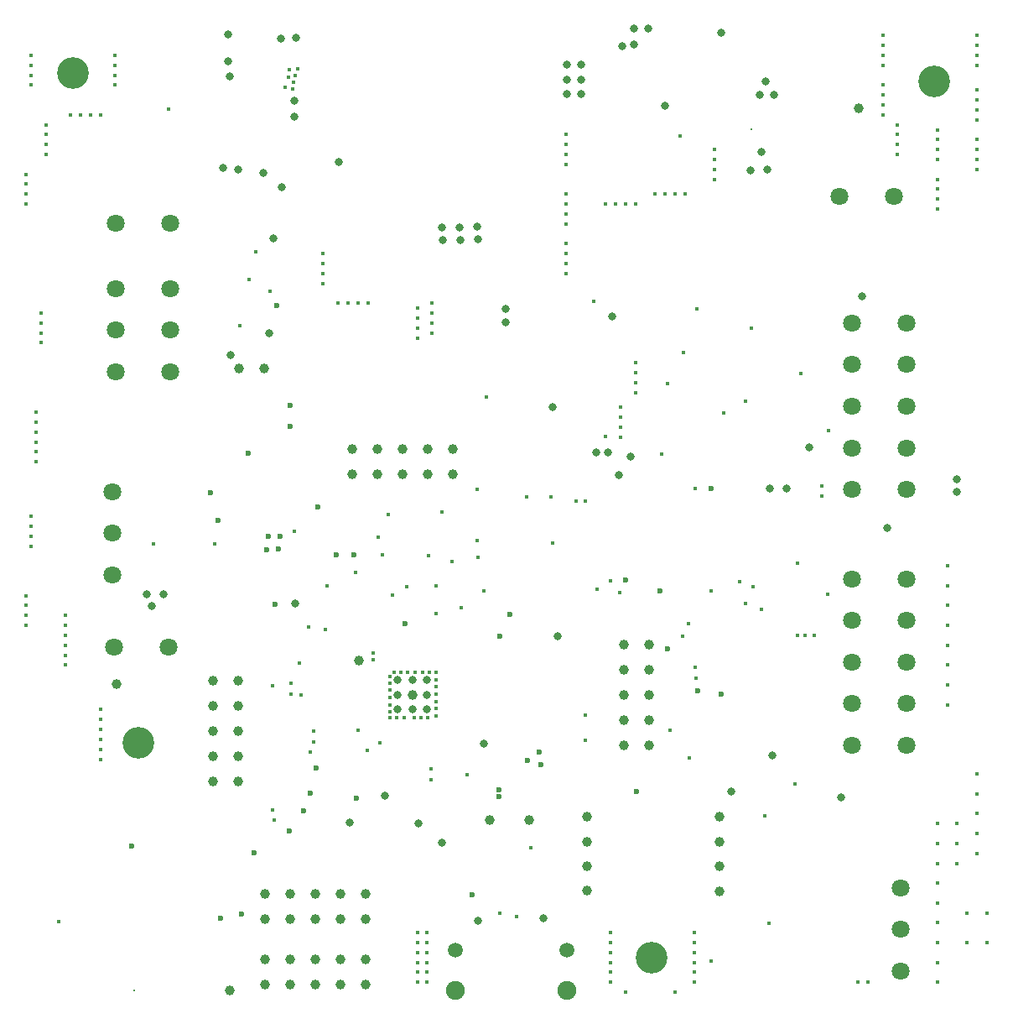
<source format=gbr>
%TF.GenerationSoftware,KiCad,Pcbnew,9.0.0*%
%TF.CreationDate,2025-03-25T01:22:24+01:00*%
%TF.ProjectId,FCCU-v2-schematic-pcb,46434355-2d76-4322-9d73-6368656d6174,rev?*%
%TF.SameCoordinates,Original*%
%TF.FileFunction,Plated,1,2,PTH,Drill*%
%TF.FilePolarity,Positive*%
%FSLAX46Y46*%
G04 Gerber Fmt 4.6, Leading zero omitted, Abs format (unit mm)*
G04 Created by KiCad (PCBNEW 9.0.0) date 2025-03-25 01:22:24*
%MOMM*%
%LPD*%
G01*
G04 APERTURE LIST*
%TA.AperFunction,ViaDrill*%
%ADD10C,0.300000*%
%TD*%
%TA.AperFunction,ViaDrill*%
%ADD11C,0.400000*%
%TD*%
%TA.AperFunction,ViaDrill*%
%ADD12C,0.600000*%
%TD*%
%TA.AperFunction,ViaDrill*%
%ADD13C,0.800000*%
%TD*%
%TA.AperFunction,ViaDrill*%
%ADD14C,1.000000*%
%TD*%
%TA.AperFunction,ComponentDrill*%
%ADD15C,1.000000*%
%TD*%
%TA.AperFunction,ComponentDrill*%
%ADD16C,1.520000*%
%TD*%
%TA.AperFunction,ComponentDrill*%
%ADD17C,1.800000*%
%TD*%
%TA.AperFunction,ComponentDrill*%
%ADD18C,1.900000*%
%TD*%
%TA.AperFunction,ComponentDrill*%
%ADD19C,3.200000*%
%TD*%
G04 APERTURE END LIST*
D10*
X102875000Y-113825000D03*
X165200000Y-26937500D03*
D11*
X92000000Y-31500000D03*
X92000000Y-32500000D03*
X92000000Y-33500000D03*
X92000000Y-34500000D03*
X92000000Y-74000000D03*
X92000000Y-75000000D03*
X92000000Y-76000000D03*
X92000000Y-77000000D03*
X92500000Y-19500000D03*
X92500000Y-20500000D03*
X92500000Y-21500000D03*
X92500000Y-22500000D03*
X92500000Y-66000000D03*
X92500000Y-67000000D03*
X92500000Y-68000000D03*
X92500000Y-69000000D03*
X93000000Y-55500000D03*
X93000000Y-56500000D03*
X93000000Y-57500000D03*
X93000000Y-58500000D03*
X93000000Y-59500000D03*
X93000000Y-60500000D03*
X93500000Y-45500000D03*
X93500000Y-46500000D03*
X93500000Y-47500000D03*
X93500000Y-48500000D03*
X94000000Y-26500000D03*
X94000000Y-27500000D03*
X94000000Y-28500000D03*
X94000000Y-29500000D03*
X95300000Y-106900000D03*
X96000000Y-76000000D03*
X96000000Y-77000000D03*
X96000000Y-78000000D03*
X96000000Y-79000000D03*
X96000000Y-80000000D03*
X96000000Y-81000000D03*
X96500000Y-25500000D03*
X97500000Y-25500000D03*
X98500000Y-25500000D03*
X99500000Y-25500000D03*
X99500000Y-85500000D03*
X99500000Y-86500000D03*
X99500000Y-87500000D03*
X99500000Y-88500000D03*
X99500000Y-89500000D03*
X99500000Y-90500000D03*
X101000000Y-19500000D03*
X101000000Y-20500000D03*
X101000000Y-21500000D03*
X101000000Y-22500000D03*
X104875000Y-68750000D03*
X106400000Y-24950000D03*
X111050000Y-68750000D03*
X113550000Y-46800000D03*
X114500000Y-42100000D03*
X115200000Y-39350000D03*
X116600000Y-43300000D03*
X116850000Y-83075000D03*
X116850000Y-95600000D03*
X117050000Y-96600000D03*
X118169239Y-22699392D03*
X118450000Y-21725000D03*
X118600000Y-20925000D03*
X118750000Y-82850000D03*
X118750000Y-83900000D03*
X118900000Y-22850000D03*
X119025000Y-22200000D03*
X119100000Y-67550000D03*
X119150000Y-21500000D03*
X119400000Y-20850000D03*
X119550000Y-80800000D03*
X119750000Y-84000000D03*
X120500496Y-77150286D03*
X120700000Y-89750000D03*
X121000000Y-87700000D03*
X121000000Y-88750000D03*
X122000000Y-39500000D03*
X122000000Y-40500000D03*
X122000000Y-41500000D03*
X122000000Y-42500000D03*
X122201496Y-77450000D03*
X122350000Y-73050000D03*
X123500000Y-44500000D03*
X124500000Y-44500000D03*
X125275000Y-71650000D03*
X125500000Y-44500000D03*
X125500000Y-87600000D03*
X126450000Y-89650000D03*
X126500000Y-44500000D03*
X127050000Y-79750000D03*
X127050000Y-80450000D03*
X127525000Y-68125000D03*
X127750000Y-88850000D03*
X127975000Y-69875000D03*
X128525000Y-65787500D03*
X128750000Y-82150000D03*
X128750000Y-82850000D03*
X128750000Y-83550000D03*
X128750000Y-84300000D03*
X128750000Y-85000000D03*
X128750000Y-85700000D03*
X128750000Y-86300000D03*
X129000000Y-73950000D03*
X129150000Y-81700000D03*
X129450000Y-86300000D03*
X129850000Y-81700000D03*
X130150000Y-86300000D03*
X130412500Y-73137500D03*
X130550000Y-81700000D03*
X131150000Y-86300000D03*
X131250000Y-81700000D03*
X131500000Y-45000000D03*
X131500000Y-46000000D03*
X131500000Y-47000000D03*
X131500000Y-48000000D03*
X131500000Y-108000000D03*
X131500000Y-109000000D03*
X131500000Y-110000000D03*
X131500000Y-111000000D03*
X131500000Y-112000000D03*
X131500000Y-113000000D03*
X131850000Y-86300000D03*
X132000000Y-81700000D03*
X132500000Y-108000000D03*
X132500000Y-109000000D03*
X132500000Y-110000000D03*
X132500000Y-111000000D03*
X132500000Y-112000000D03*
X132500000Y-113000000D03*
X132550000Y-86300000D03*
X132650000Y-70000000D03*
X132700000Y-81700000D03*
X132879377Y-92540010D03*
X132900000Y-91450000D03*
X133000000Y-44500000D03*
X133000000Y-45500000D03*
X133000000Y-46500000D03*
X133000000Y-47500000D03*
X133350000Y-82500000D03*
X133350000Y-83200000D03*
X133350000Y-83900000D03*
X133350000Y-84700000D03*
X133350000Y-85400000D03*
X133350000Y-86100000D03*
X133400000Y-73000000D03*
X133400000Y-75800000D03*
X133400000Y-81700000D03*
X134000000Y-65600000D03*
X135000000Y-70600000D03*
X135950000Y-75200000D03*
X136534591Y-92065409D03*
X137500000Y-63300000D03*
X137500000Y-68400000D03*
X137600000Y-70150000D03*
X138250000Y-73500000D03*
X138500000Y-54000000D03*
X139800000Y-106000000D03*
X141500000Y-106330331D03*
X142500000Y-64000000D03*
X143000000Y-99400000D03*
X145000000Y-64000000D03*
X145174000Y-68674000D03*
X146500000Y-27500000D03*
X146500000Y-28500000D03*
X146500000Y-29500000D03*
X146500000Y-30500000D03*
X146500000Y-33500000D03*
X146500000Y-34500000D03*
X146500000Y-35500000D03*
X146500000Y-36500000D03*
X146500000Y-38500000D03*
X146500000Y-39500000D03*
X146500000Y-40500000D03*
X146500000Y-41500000D03*
X147500000Y-64500000D03*
X148450000Y-86050000D03*
X148500000Y-64500000D03*
X148500000Y-88600000D03*
X149275000Y-44350000D03*
X149666025Y-73333975D03*
X150499172Y-57975000D03*
X150500000Y-34500000D03*
X151000000Y-72500000D03*
X151000000Y-108000000D03*
X151000000Y-109000000D03*
X151000000Y-110000000D03*
X151000000Y-111000000D03*
X151000000Y-112000000D03*
X151000000Y-113000000D03*
X151500000Y-34500000D03*
X151898959Y-73698959D03*
X152000000Y-55000000D03*
X152000000Y-56000000D03*
X152000000Y-57000000D03*
X152000000Y-58000000D03*
X152500000Y-34500000D03*
X152500000Y-114000000D03*
X153500000Y-34500000D03*
X153500000Y-50500000D03*
X153500000Y-51500000D03*
X153500000Y-52500000D03*
X153500000Y-53500000D03*
X155500000Y-33500000D03*
X156200000Y-59750000D03*
X156500000Y-33500000D03*
X156800000Y-52600000D03*
X157000000Y-87600000D03*
X157500000Y-33500000D03*
X157500000Y-114000000D03*
X158000000Y-27600000D03*
X158300000Y-78100000D03*
X158350000Y-49500000D03*
X158500000Y-33500000D03*
X158850000Y-76850000D03*
X158950000Y-90400000D03*
X159500000Y-108000000D03*
X159500000Y-109000000D03*
X159500000Y-110000000D03*
X159500000Y-111000000D03*
X159500000Y-112000000D03*
X159500000Y-113000000D03*
X159542050Y-63201000D03*
X159550000Y-81200000D03*
X159600000Y-82350000D03*
X159700000Y-45100000D03*
X161150000Y-73550000D03*
X161200000Y-110875000D03*
X161500000Y-29000000D03*
X161500000Y-30000000D03*
X161500000Y-31000000D03*
X161500000Y-32000000D03*
X162400000Y-55600000D03*
X164050000Y-72600000D03*
X164600000Y-54400000D03*
X164600000Y-74750000D03*
X165200000Y-47000000D03*
X165429667Y-73100000D03*
X166200000Y-75400000D03*
X166600000Y-96200000D03*
X166970000Y-107050000D03*
X169638541Y-92961459D03*
X169850000Y-70750000D03*
X169850000Y-78050000D03*
X170200000Y-51600000D03*
X170650000Y-78050000D03*
X171550000Y-78050000D03*
X172300000Y-63950000D03*
X172350000Y-62950000D03*
X172900000Y-73900000D03*
X173050000Y-57350000D03*
X176000000Y-113000000D03*
X177000000Y-113000000D03*
X178500000Y-17500000D03*
X178500000Y-18500000D03*
X178500000Y-19500000D03*
X178500000Y-20500000D03*
X178500000Y-22500000D03*
X178500000Y-23500000D03*
X178500000Y-24500000D03*
X178500000Y-25500000D03*
X180000000Y-26500000D03*
X180000000Y-27500000D03*
X180000000Y-28500000D03*
X180000000Y-29500000D03*
X184000000Y-27000000D03*
X184000000Y-28000000D03*
X184000000Y-29000000D03*
X184000000Y-30000000D03*
X184000000Y-32000000D03*
X184000000Y-33000000D03*
X184000000Y-34000000D03*
X184000000Y-35000000D03*
X184000000Y-97000000D03*
X184000000Y-99000000D03*
X184000000Y-101000000D03*
X184000000Y-103000000D03*
X184000000Y-105000000D03*
X184000000Y-107000000D03*
X184000000Y-109000000D03*
X184000000Y-111000000D03*
X184000000Y-113000000D03*
X185000000Y-71000000D03*
X185000000Y-73000000D03*
X185000000Y-75000000D03*
X185000000Y-77000000D03*
X185000000Y-79000000D03*
X185000000Y-81000000D03*
X185000000Y-83000000D03*
X185000000Y-85000000D03*
X186000000Y-97000000D03*
X186000000Y-99000000D03*
X186000000Y-101000000D03*
X187000000Y-106000000D03*
X187000000Y-109000000D03*
X188000000Y-17500000D03*
X188000000Y-18500000D03*
X188000000Y-19500000D03*
X188000000Y-20500000D03*
X188000000Y-23000000D03*
X188000000Y-24000000D03*
X188000000Y-25000000D03*
X188000000Y-26000000D03*
X188000000Y-28000000D03*
X188000000Y-29000000D03*
X188000000Y-30000000D03*
X188000000Y-31000000D03*
X188000000Y-92000000D03*
X188000000Y-94000000D03*
X188000000Y-96000000D03*
X188000000Y-98000000D03*
X188000000Y-100000000D03*
X189000000Y-106000000D03*
X189000000Y-109000000D03*
D12*
X102625000Y-99275000D03*
X110649946Y-63600000D03*
X111350000Y-66400000D03*
X111650000Y-106550000D03*
X113726000Y-106100000D03*
X114405000Y-59606500D03*
X115050000Y-99900000D03*
X116250000Y-69350000D03*
X116450000Y-68000000D03*
X117150000Y-74850000D03*
X117300000Y-44700000D03*
X117500000Y-69300000D03*
X117650000Y-68000000D03*
X118550000Y-97700000D03*
X118650000Y-56950000D03*
X118700000Y-54850000D03*
X120000000Y-95700000D03*
X120700000Y-93950000D03*
X121250000Y-91400000D03*
X121450000Y-65050000D03*
X123350000Y-69850000D03*
X125100000Y-69850000D03*
X125325000Y-94425000D03*
X130250000Y-76800000D03*
X137000000Y-104150000D03*
X139724000Y-93600000D03*
X139724000Y-94298000D03*
X139850000Y-78100000D03*
X140850000Y-75900000D03*
X142650000Y-90650000D03*
X143800000Y-89800000D03*
X144005212Y-91044788D03*
X152550000Y-72400000D03*
X153600000Y-93725000D03*
X156025000Y-73525000D03*
X156749000Y-79400000D03*
X159782807Y-83581407D03*
X161150000Y-63201000D03*
X162150000Y-83950000D03*
D13*
X104150000Y-73850000D03*
X104725000Y-75025000D03*
X105900000Y-73850000D03*
X111850000Y-30850000D03*
X112400000Y-17400000D03*
X112400000Y-20100000D03*
X112600000Y-21600000D03*
X112670306Y-49704694D03*
X113450000Y-31050000D03*
X115950000Y-31350000D03*
X116564500Y-47547500D03*
X117000000Y-38000000D03*
X117750000Y-17850000D03*
X117800000Y-32800000D03*
X119050000Y-24050000D03*
X119050000Y-25700000D03*
X119200000Y-74750000D03*
X119250000Y-17700000D03*
X123600000Y-30250000D03*
X124652054Y-96886685D03*
X128250000Y-94150000D03*
X129500000Y-82500000D03*
X129500000Y-84000000D03*
X129500000Y-85500000D03*
X131000000Y-82500000D03*
X131000000Y-85500000D03*
X131600000Y-97000000D03*
X132500000Y-82500000D03*
X132500000Y-84000000D03*
X132500000Y-85500000D03*
X133950000Y-36850000D03*
X134000000Y-98900000D03*
X134050000Y-38100000D03*
X135750000Y-36850000D03*
X135850000Y-38100000D03*
X137500000Y-36800000D03*
X137600000Y-38050000D03*
X137600000Y-106800000D03*
X138248702Y-88899000D03*
X140400000Y-45050000D03*
X140400000Y-46400000D03*
X144250000Y-106517638D03*
X145175000Y-54978427D03*
X145649000Y-78100000D03*
X146600000Y-20400000D03*
X146600000Y-21937500D03*
X146600000Y-23400000D03*
X148000000Y-20400000D03*
X148000000Y-21937500D03*
X148000000Y-23400000D03*
X149600000Y-59575000D03*
X150750000Y-59575000D03*
X151200000Y-45800000D03*
X151850000Y-61850000D03*
X152200000Y-18600000D03*
X153000000Y-59950000D03*
X153400000Y-16800000D03*
X153400000Y-18400000D03*
X154800000Y-16800000D03*
X156500000Y-24600000D03*
X162200000Y-17200000D03*
X163225000Y-93725000D03*
X165173194Y-31076806D03*
X166050000Y-23500000D03*
X166200000Y-29200000D03*
X166650000Y-22150000D03*
X166800000Y-31000000D03*
X167100000Y-63200000D03*
X167350000Y-90100000D03*
X167500000Y-23500000D03*
X168750000Y-63200000D03*
X171063597Y-59083697D03*
X174318750Y-94318750D03*
X176400000Y-43800000D03*
X178950000Y-67150000D03*
X185999000Y-62250000D03*
X185999000Y-63550000D03*
D14*
X131000000Y-84000000D03*
D15*
%TO.C,TP3*%
X101100000Y-82950000D03*
%TO.C,J13*%
X110900000Y-82565000D03*
X110900000Y-85105000D03*
X110900000Y-87645000D03*
X110900000Y-90185000D03*
X110900000Y-92725000D03*
%TO.C,TP10*%
X112600000Y-113800000D03*
%TO.C,J13*%
X113440000Y-82565000D03*
X113440000Y-85105000D03*
X113440000Y-87645000D03*
X113440000Y-90185000D03*
X113440000Y-92725000D03*
%TO.C,+5V*%
X113525000Y-51125000D03*
%TO.C,TP8*%
X116075000Y-51125000D03*
%TO.C,J12*%
X116150000Y-104110000D03*
X116150000Y-106650000D03*
%TO.C,J11*%
X116150000Y-110710000D03*
X116150000Y-113250000D03*
%TO.C,J12*%
X118690000Y-104110000D03*
X118690000Y-106650000D03*
%TO.C,J11*%
X118690000Y-110710000D03*
X118690000Y-113250000D03*
%TO.C,J12*%
X121230000Y-104110000D03*
X121230000Y-106650000D03*
%TO.C,J11*%
X121230000Y-110710000D03*
X121230000Y-113250000D03*
%TO.C,J12*%
X123770000Y-104110000D03*
X123770000Y-106650000D03*
%TO.C,J11*%
X123770000Y-110710000D03*
X123770000Y-113250000D03*
%TO.C,J14*%
X124950000Y-59210000D03*
X124950000Y-61750000D03*
%TO.C,TP3*%
X125600000Y-80550000D03*
%TO.C,J12*%
X126310000Y-104110000D03*
X126310000Y-106650000D03*
%TO.C,J11*%
X126310000Y-110710000D03*
X126310000Y-113250000D03*
%TO.C,J14*%
X127490000Y-59210000D03*
X127490000Y-61750000D03*
X130030000Y-59210000D03*
X130030000Y-61750000D03*
X132570000Y-59210000D03*
X132570000Y-61750000D03*
X135110000Y-59210000D03*
X135110000Y-61750000D03*
%TO.C,TP13*%
X138800000Y-96600000D03*
%TO.C,TP12*%
X142800000Y-96600000D03*
%TO.C,A_1*%
X148598750Y-96301250D03*
%TO.C,K_1*%
X148598750Y-98801250D03*
%TO.C,A_2*%
X148598750Y-101301250D03*
%TO.C,K_2*%
X148598750Y-103751250D03*
%TO.C,J15*%
X152350000Y-78950000D03*
X152350000Y-81490000D03*
X152350000Y-84030000D03*
X152350000Y-86570000D03*
X152350000Y-89110000D03*
X154890000Y-78950000D03*
X154890000Y-81490000D03*
X154890000Y-84030000D03*
X154890000Y-86570000D03*
X154890000Y-89110000D03*
%TO.C,C_1*%
X161998750Y-96301250D03*
%TO.C,E_1*%
X161998750Y-98801250D03*
%TO.C,C_2*%
X161998750Y-101301250D03*
%TO.C,E_2*%
X161998750Y-103801250D03*
%TO.C,TP1*%
X176100000Y-24800000D03*
D16*
%TO.C,P1*%
X135380000Y-109800000D03*
X146620000Y-109800000D03*
D17*
%TO.C,J3*%
X100712900Y-63515750D03*
X100712900Y-67715750D03*
X100712900Y-71915750D03*
%TO.C,J5*%
X100875000Y-79200000D03*
%TO.C,J4*%
X101075000Y-36400000D03*
%TO.C,J8*%
X101075000Y-43000000D03*
X101075000Y-47200000D03*
X101075000Y-51400000D03*
%TO.C,J5*%
X106375000Y-79200000D03*
%TO.C,J4*%
X106575000Y-36400000D03*
%TO.C,J8*%
X106575000Y-43000000D03*
X106575000Y-47200000D03*
X106575000Y-51400000D03*
%TO.C,J1*%
X174125000Y-33750000D03*
%TO.C,J7*%
X175400000Y-46500000D03*
X175400000Y-50700000D03*
X175400000Y-54900000D03*
X175400000Y-59100000D03*
X175400000Y-63300000D03*
%TO.C,J6*%
X175400000Y-72300000D03*
X175400000Y-76500000D03*
X175400000Y-80700000D03*
X175400000Y-84900000D03*
X175400000Y-89100000D03*
%TO.C,J1*%
X179625000Y-33750000D03*
%TO.C,J2*%
X180287100Y-103484250D03*
X180287100Y-107684250D03*
X180287100Y-111884250D03*
%TO.C,J7*%
X180900000Y-46500000D03*
X180900000Y-50700000D03*
X180900000Y-54900000D03*
X180900000Y-59100000D03*
X180900000Y-63300000D03*
%TO.C,J6*%
X180900000Y-72300000D03*
X180900000Y-76500000D03*
X180900000Y-80700000D03*
X180900000Y-84900000D03*
X180900000Y-89100000D03*
D18*
%TO.C,P1*%
X135380000Y-113800000D03*
X146620000Y-113800000D03*
D19*
%TO.C,REF\u002A\u002A*%
X96750000Y-21250000D03*
X103300000Y-88850000D03*
X155150000Y-110550000D03*
X183650000Y-22150000D03*
M02*

</source>
